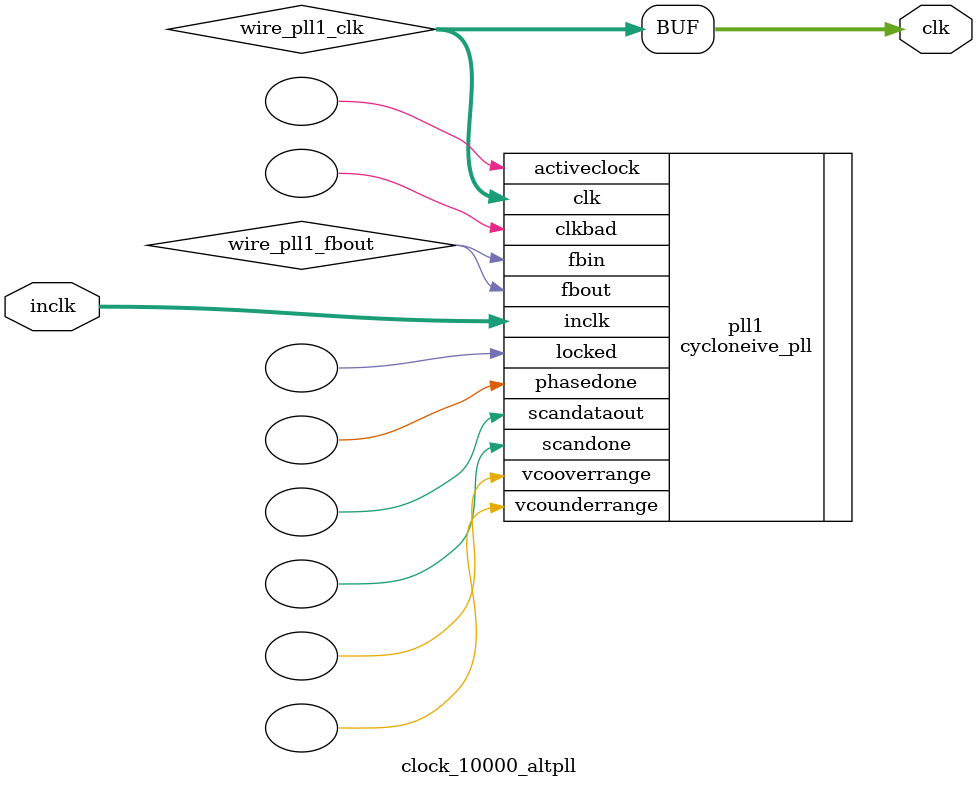
<source format=v>






//synthesis_resources = cycloneive_pll 1 
//synopsys translate_off
`timescale 1 ps / 1 ps
//synopsys translate_on
module  clock_10000_altpll
	( 
	clk,
	inclk) /* synthesis synthesis_clearbox=1 */;
	output   [4:0]  clk;
	input   [1:0]  inclk;
`ifndef ALTERA_RESERVED_QIS
// synopsys translate_off
`endif
	tri0   [1:0]  inclk;
`ifndef ALTERA_RESERVED_QIS
// synopsys translate_on
`endif

	wire  [4:0]   wire_pll1_clk;
	wire  wire_pll1_fbout;

	cycloneive_pll   pll1
	( 
	.activeclock(),
	.clk(wire_pll1_clk),
	.clkbad(),
	.fbin(wire_pll1_fbout),
	.fbout(wire_pll1_fbout),
	.inclk(inclk),
	.locked(),
	.phasedone(),
	.scandataout(),
	.scandone(),
	.vcooverrange(),
	.vcounderrange()
	`ifndef FORMAL_VERIFICATION
	// synopsys translate_off
	`endif
	,
	.areset(1'b0),
	.clkswitch(1'b0),
	.configupdate(1'b0),
	.pfdena(1'b1),
	.phasecounterselect({3{1'b0}}),
	.phasestep(1'b0),
	.phaseupdown(1'b0),
	.scanclk(1'b0),
	.scanclkena(1'b1),
	.scandata(1'b0)
	`ifndef FORMAL_VERIFICATION
	// synopsys translate_on
	`endif
	);
	defparam
		pll1.bandwidth_type = "low",
		pll1.clk0_divide_by = 10000,
		pll1.clk0_duty_cycle = 50,
		pll1.clk0_multiply_by = 1,
		pll1.clk0_phase_shift = "0",
		pll1.compensate_clock = "clk0",
		pll1.inclk0_input_frequency = 20000,
		pll1.operation_mode = "normal",
		pll1.pll_type = "auto",
		pll1.lpm_type = "cycloneive_pll";
	assign
		clk = {wire_pll1_clk[4:0]};
endmodule //clock_10000_altpll
//VALID FILE

</source>
